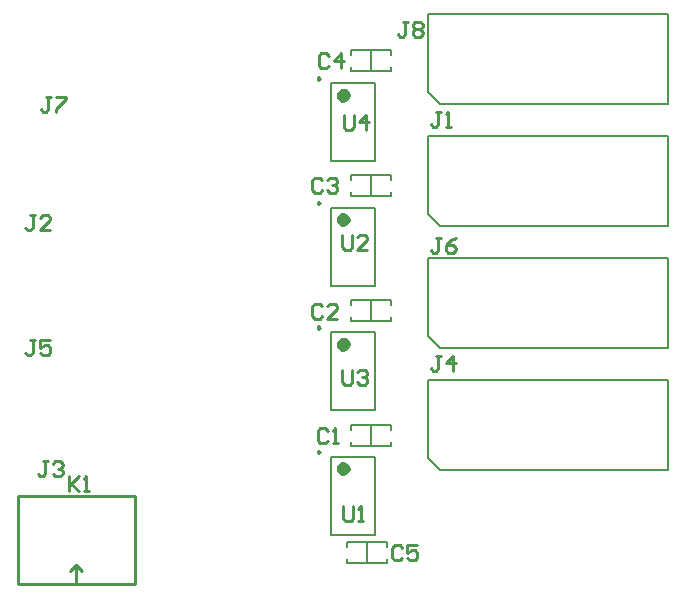
<source format=gto>
G04*
G04 #@! TF.GenerationSoftware,Altium Limited,Altium Designer,21.6.1 (37)*
G04*
G04 Layer_Color=65535*
%FSLAX25Y25*%
%MOIN*%
G70*
G04*
G04 #@! TF.SameCoordinates,01938319-B850-4C9D-A5BA-AB94FDF17EC4*
G04*
G04*
G04 #@! TF.FilePolarity,Positive*
G04*
G01*
G75*
%ADD10C,0.00984*%
%ADD11C,0.02362*%
%ADD12C,0.00500*%
%ADD13C,0.00787*%
%ADD14C,0.00591*%
%ADD15C,0.01000*%
D10*
X101378Y127567D02*
X100640Y127993D01*
Y127141D01*
X101378Y127567D01*
Y169067D02*
X100640Y169493D01*
Y168641D01*
X101378Y169067D01*
Y86067D02*
X100640Y86493D01*
Y85641D01*
X101378Y86067D01*
Y44567D02*
X100640Y44993D01*
Y44141D01*
X101378Y44567D01*
D11*
X110335Y122055D02*
X109890Y122978D01*
X108891Y123207D01*
X108089Y122568D01*
Y121543D01*
X108891Y120904D01*
X109890Y121132D01*
X110335Y122055D01*
Y163555D02*
X109890Y164479D01*
X108891Y164707D01*
X108089Y164068D01*
Y163043D01*
X108891Y162404D01*
X109890Y162632D01*
X110335Y163555D01*
Y80555D02*
X109890Y81479D01*
X108891Y81707D01*
X108089Y81068D01*
Y80043D01*
X108891Y79404D01*
X109890Y79632D01*
X110335Y80555D01*
Y39055D02*
X109890Y39979D01*
X108891Y40207D01*
X108089Y39568D01*
Y38543D01*
X108891Y37904D01*
X109890Y38132D01*
X110335Y39055D01*
D12*
X217500Y160539D02*
Y190461D01*
X137500Y164476D02*
X141437Y160539D01*
X141988D01*
X217500D01*
X137500Y190461D02*
X217500D01*
X137500Y164476D02*
Y190461D01*
Y83143D02*
Y109127D01*
X217500D01*
X141988Y79206D02*
X217500D01*
X141437D02*
X141988D01*
X137500Y83143D02*
X141437Y79206D01*
X217500D02*
Y109127D01*
X137500Y42476D02*
Y68461D01*
X217500D01*
X141988Y38539D02*
X217500D01*
X141437D02*
X141988D01*
X137500Y42476D02*
X141437Y38539D01*
X217500D02*
Y68461D01*
Y119873D02*
Y149794D01*
X137500Y123810D02*
X141437Y119873D01*
X141988D01*
X217500D01*
X137500Y149794D02*
X217500D01*
X137500Y123810D02*
Y149794D01*
D13*
X105217Y100008D02*
Y125992D01*
X119783Y100008D02*
Y125992D01*
X105217D02*
X119783D01*
X105217Y100008D02*
X119783D01*
X105217Y141508D02*
Y167492D01*
X119783Y141508D02*
Y167492D01*
X105217D02*
X119783D01*
X105217Y141508D02*
X119783D01*
X105217Y58508D02*
Y84492D01*
X119783Y58508D02*
Y84492D01*
X105217D02*
X119783D01*
X105217Y58508D02*
X119783D01*
X105217Y17008D02*
Y42992D01*
X119783Y17008D02*
Y42992D01*
X105217D02*
X119783D01*
X105217Y17008D02*
X119783D01*
D14*
X118500Y129790D02*
Y136877D01*
X125193Y135302D02*
Y136877D01*
X111807D02*
X125193D01*
X111807Y135302D02*
Y136877D01*
Y129790D02*
Y131365D01*
Y129790D02*
X125193D01*
Y131365D01*
X118500Y171457D02*
Y178543D01*
X125193Y176969D02*
Y178543D01*
X111807D02*
X125193D01*
X111807Y176969D02*
Y178543D01*
Y171457D02*
Y173031D01*
Y171457D02*
X125193D01*
Y173031D01*
X118500Y88123D02*
Y95210D01*
X125193Y93635D02*
Y95210D01*
X111807D02*
X125193D01*
X111807Y93635D02*
Y95210D01*
Y88123D02*
Y89698D01*
Y88123D02*
X125193D01*
Y89698D01*
X118500Y46457D02*
Y53543D01*
X125193Y51968D02*
Y53543D01*
X111807D02*
X125193D01*
X111807Y51968D02*
Y53543D01*
Y46457D02*
Y48031D01*
Y46457D02*
X125193D01*
Y48031D01*
X117000Y7457D02*
Y14543D01*
X123693Y12968D02*
Y14543D01*
X110307D02*
X123693D01*
X110307Y12968D02*
Y14543D01*
Y7457D02*
Y9031D01*
Y7457D02*
X123693D01*
Y9031D01*
D15*
X20250Y743D02*
Y6893D01*
X22250Y4893D01*
X18250D02*
X20250Y6893D01*
X700Y543D02*
X39700D01*
X700D02*
Y30093D01*
X39700Y543D02*
Y30093D01*
X700D02*
X39700D01*
X130708Y187999D02*
X129042D01*
X129875D01*
Y183834D01*
X129042Y183001D01*
X128209D01*
X127376Y183834D01*
X132374Y187166D02*
X133207Y187999D01*
X134873D01*
X135706Y187166D01*
Y186333D01*
X134873Y185500D01*
X135706Y184667D01*
Y183834D01*
X134873Y183001D01*
X133207D01*
X132374Y183834D01*
Y184667D01*
X133207Y185500D01*
X132374Y186333D01*
Y187166D01*
X133207Y185500D02*
X134873D01*
X128903Y12666D02*
X128070Y13499D01*
X126404D01*
X125571Y12666D01*
Y9334D01*
X126404Y8501D01*
X128070D01*
X128903Y9334D01*
X133901Y13499D02*
X130569D01*
Y11000D01*
X132235Y11833D01*
X133068D01*
X133901Y11000D01*
Y9334D01*
X133068Y8501D01*
X131402D01*
X130569Y9334D01*
X104384Y176666D02*
X103550Y177499D01*
X101884D01*
X101051Y176666D01*
Y173334D01*
X101884Y172501D01*
X103550D01*
X104384Y173334D01*
X108549Y172501D02*
Y177499D01*
X106050Y175000D01*
X109382D01*
X102167Y135166D02*
X101334Y135999D01*
X99668D01*
X98835Y135166D01*
Y131834D01*
X99668Y131001D01*
X101334D01*
X102167Y131834D01*
X103833Y135166D02*
X104666Y135999D01*
X106332D01*
X107165Y135166D01*
Y134333D01*
X106332Y133500D01*
X105499D01*
X106332D01*
X107165Y132667D01*
Y131834D01*
X106332Y131001D01*
X104666D01*
X103833Y131834D01*
X102167Y93166D02*
X101334Y93999D01*
X99668D01*
X98835Y93166D01*
Y89834D01*
X99668Y89001D01*
X101334D01*
X102167Y89834D01*
X107165Y89001D02*
X103833D01*
X107165Y92333D01*
Y93166D01*
X106332Y93999D01*
X104666D01*
X103833Y93166D01*
X104000Y51666D02*
X103167Y52499D01*
X101501D01*
X100668Y51666D01*
Y48334D01*
X101501Y47501D01*
X103167D01*
X104000Y48334D01*
X105666Y47501D02*
X107332D01*
X106499D01*
Y52499D01*
X105666Y51666D01*
X17668Y36499D02*
Y31501D01*
Y33167D01*
X21000Y36499D01*
X18501Y34000D01*
X21000Y31501D01*
X22666D02*
X24332D01*
X23499D01*
Y36499D01*
X22666Y35666D01*
X141632Y115999D02*
X139966D01*
X140799D01*
Y111834D01*
X139966Y111001D01*
X139133D01*
X138300Y111834D01*
X146631Y115999D02*
X144965Y115166D01*
X143298Y113500D01*
Y111834D01*
X144131Y111001D01*
X145798D01*
X146631Y111834D01*
Y112667D01*
X145798Y113500D01*
X143298D01*
X141632Y76698D02*
X139966D01*
X140799D01*
Y72533D01*
X139966Y71700D01*
X139133D01*
X138300Y72533D01*
X145798Y71700D02*
Y76698D01*
X143298Y74199D01*
X146631D01*
X109335Y156999D02*
Y152834D01*
X110168Y152001D01*
X111834D01*
X112667Y152834D01*
Y156999D01*
X116832Y152001D02*
Y156999D01*
X114333Y154500D01*
X117665D01*
X108835Y71999D02*
Y67834D01*
X109668Y67001D01*
X111334D01*
X112167Y67834D01*
Y71999D01*
X113833Y71166D02*
X114666Y71999D01*
X116332D01*
X117165Y71166D01*
Y70333D01*
X116332Y69500D01*
X115499D01*
X116332D01*
X117165Y68667D01*
Y67834D01*
X116332Y67001D01*
X114666D01*
X113833Y67834D01*
X108835Y116999D02*
Y112834D01*
X109668Y112001D01*
X111334D01*
X112167Y112834D01*
Y116999D01*
X117165Y112001D02*
X113833D01*
X117165Y115333D01*
Y116166D01*
X116332Y116999D01*
X114666D01*
X113833Y116166D01*
X109168Y26499D02*
Y22334D01*
X110001Y21501D01*
X111667D01*
X112500Y22334D01*
Y26499D01*
X114166Y21501D02*
X115832D01*
X114999D01*
Y26499D01*
X114166Y25666D01*
X11667Y162999D02*
X10001D01*
X10834D01*
Y158834D01*
X10001Y158001D01*
X9168D01*
X8335Y158834D01*
X13333Y162999D02*
X16665D01*
Y162166D01*
X13333Y158834D01*
Y158001D01*
X6502Y81913D02*
X4835D01*
X5669D01*
Y77748D01*
X4835Y76915D01*
X4002D01*
X3169Y77748D01*
X11500Y81913D02*
X8168D01*
Y79414D01*
X9834Y80247D01*
X10667D01*
X11500Y79414D01*
Y77748D01*
X10667Y76915D01*
X9001D01*
X8168Y77748D01*
X10667Y41554D02*
X9001D01*
X9834D01*
Y37389D01*
X9001Y36556D01*
X8168D01*
X7335Y37389D01*
X12333Y40721D02*
X13166Y41554D01*
X14832D01*
X15665Y40721D01*
Y39888D01*
X14832Y39055D01*
X13999D01*
X14832D01*
X15665Y38222D01*
Y37389D01*
X14832Y36556D01*
X13166D01*
X12333Y37389D01*
X6502Y123499D02*
X4835D01*
X5669D01*
Y119334D01*
X4835Y118501D01*
X4002D01*
X3169Y119334D01*
X11500Y118501D02*
X8168D01*
X11500Y121833D01*
Y122666D01*
X10667Y123499D01*
X9001D01*
X8168Y122666D01*
X141632Y157998D02*
X139966D01*
X140799D01*
Y153833D01*
X139966Y153000D01*
X139133D01*
X138300Y153833D01*
X143298Y153000D02*
X144965D01*
X144131D01*
Y157998D01*
X143298Y157165D01*
M02*

</source>
